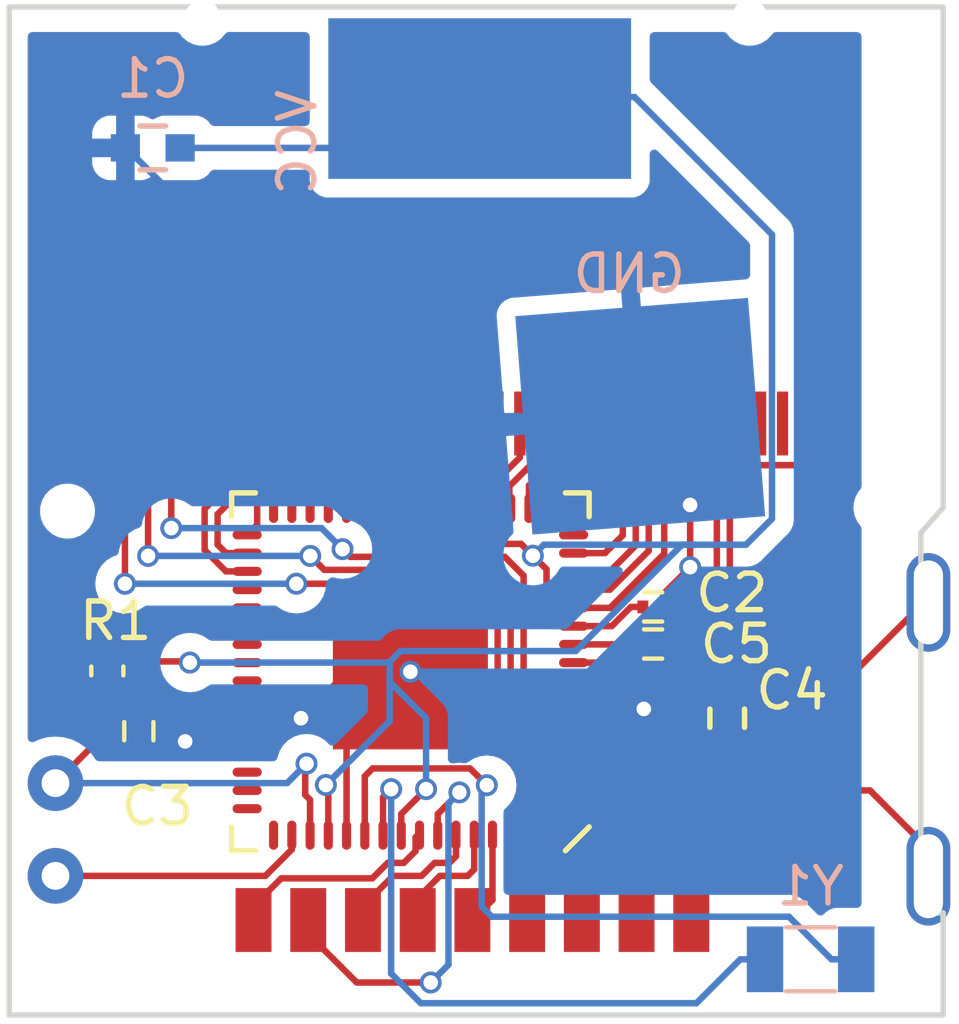
<source format=kicad_pcb>
(kicad_pcb (version 20221018) (generator pcbnew)
  (layers (0 "F.Cu" signal) (31 "B.Cu" signal) (34 "B.Paste" user) (35 "F.Paste" user) (36 "B.SilkS" user "B.Silkscreen") (37 "F.SilkS" user "F.Silkscreen") (38 "B.Mask" user) (39 "F.Mask" user) (44 "Edge.Cuts" user))
  (net 0 "")
  (net 1 "Net-(LCD1-Pad1)")
  (net 2 "Net-(LCD1-Pad5)")
  (net 3 "Net-(LCD1-Pad6)")
  (net 4 "Net-(LCD1-Pad7)")
  (net 5 "Net-(LCD1-Pad8)")
  (net 6 "Net-(LCD1-Pad9)")
  (net 7 "Net-(LCD1-Pad10)")
  (net 8 "Net-(LCD1-Pad11)")
  (net 9 "Net-(LCD1-Pad12)")
  (net 10 "Net-(LCD1-Pad13)")
  (net 11 "Net-(LCD1-Pad14)")
  (net 12 "Net-(LCD1-Pad15)")
  (net 13 "Net-(LCD1-Pad16)")
  (net 14 "Net-(LCD1-Pad17)")
  (net 15 "Net-(LCD1-Pad18)")
  (net 16 "Net-(LCD1-Pad19)")
  (net 17 "Net-(LCD1-Pad20)")
  (net 18 "Net-(LCD1-Pad21)")
  (net 19 "Net-(LCD1-Pad22)")
  (net 20 "Net-(LCD1-Pad23)")
  (net 21 "Net-(LCD1-Pad24)")
  (net 22 "Net-(LCD1-Pad25)")
  (net 23 "Net-(LCD1-Pad26)")
  (net 24 "Net-(LCD1-Pad27)")
  (net 25 "Net-(LCD1-Pad28)")
  (net 26 "Net-(LCD1-Pad29)")
  (net 27 "Net-(LCD1-Pad30)")
  (net 28 "Net-(LCD1-Pad31)")
  (net 29 "Net-(LCD1-Pad32)")
  (net 30 "Net-(LCD1-Pad33)")
  (net 31 "Net-(LCD1-Pad34)")
  (net 32 "Net-(BRD1-Pad4)")
  (net 33 "Net-(BRD1-Pad3)")
  (net 34 "Net-(KPD1-Pad1)")
  (net 35 "Net-(KPD1-Pad2)")
  (net 36 "Net-(KPD1-Pad3)")
  (net 37 "Net-(KPD1-Pad4)")
  (net 38 "Net-(KPD1-Pad5)")
  (net 39 "Net-(KPD1-Pad6)")
  (net 40 "Net-(KPD1-Pad7)")
  (net 41 "Net-(KPD1-Pad8)")
  (net 42 "Net-(KPD1-Pad9)")
  (net 43 "GND")
  (net 44 "VCC")
  (net 45 "Net-(U1-Pad36)")
  (net 46 "Net-(U1-Pad37)")
  (net 47 "Net-(U1-Pad38)")
  (net 48 "Net-(U1-Pad39)")
  (net 49 "Net-(U1-Pad40)")
  (net 50 "Net-(U1-Pad41)")
  (net 51 "Net-(U1-Pad42)")
  (net 52 "Net-(U1-Pad43)")
  (net 53 "Net-(U1-Pad44)")
  (net 54 "Net-(U1-Pad45)")
  (net 55 "Net-(U1-Pad46)")
  (net 56 "Net-(U1-Pad47)")
  (net 57 "Net-(U1-Pad48)")
  (net 58 "Net-(U1-Pad49)")
  (net 59 "Net-(U1-Pad54)")
  (net 60 "Net-(U1-Pad55)")
  (net 61 "/TST")
  (net 62 "/!RST")
  (net 63 "/COM0")
  (net 64 "/COM1")
  (net 65 "/COM2")
  (net 66 "/VCORE")
  (net 67 "Net-(LCD1-Pad35)")
  (net 68 "/LCDCAP")
  (footprint "AAgoodwatch10:ca53keypad" (layer "F.Cu") (at 102.8 83.8)
    (fp_text reference "KPD1" hide)
    (fp_text value "CA53KEYPAD" hide)
    (pad "1" connect rect (at 0.5 0) (size 0.985 1.75) (layers "F.Cu" "F.Mask") (net 34 "Net-(KPD1-Pad1)"))
    (pad "2" connect rect (at 2 0) (size 0.985 1.75) (layers "F.Cu" "F.Mask") (net 35 "Net-(KPD1-Pad2)"))
    (pad "3" connect rect (at 3.5 0) (size 0.985 1.75) (layers "F.Cu" "F.Mask") (net 36 "Net-(KPD1-Pad3)"))
    (pad "4" connect rect (at 5 0) (size 0.985 1.75) (layers "F.Cu" "F.Mask") (net 37 "Net-(KPD1-Pad4)"))
    (pad "5" connect rect (at 6.5 0) (size 0.985 1.75) (layers "F.Cu" "F.Mask") (net 38 "Net-(KPD1-Pad5)"))
    (pad "6" connect rect (at 8 0) (size 0.985 1.75) (layers "F.Cu" "F.Mask") (net 39 "Net-(KPD1-Pad6)"))
    (pad "7" connect rect (at 9.5 0) (size 0.985 1.75) (layers "F.Cu" "F.Mask") (net 40 "Net-(KPD1-Pad7)"))
    (pad "8" connect rect (at 11 0) (size 0.985 1.75) (layers "F.Cu" "F.Mask") (net 41 "Net-(KPD1-Pad8)"))
    (pad "9" connect rect (at 12.5 0) (size 0.985 1.75) (layers "F.Cu" "F.Mask") (net 42 "Net-(KPD1-Pad9)"))
  )
  (footprint "AAgoodwatch10:ca53lcd" (layer "F.Cu") (at 99 70.2)
    (fp_text reference "LCD1" hide)
    (fp_text value "CA53LCD" hide)
    (pad "1" connect rect (at 0.2 0) (size 0.31 1.75) (layers "F.Cu" "F.Mask") (net 1 "Net-(LCD1-Pad1)"))
    (pad "2" connect rect (at 0.8 0) (size 0.31 1.75) (layers "F.Cu" "F.Mask") (net 63 "/COM0"))
    (pad "3" connect rect (at 1.4 0) (size 0.31 1.75) (layers "F.Cu" "F.Mask") (net 64 "/COM1"))
    (pad "4" connect rect (at 2 0) (size 0.31 1.75) (layers "F.Cu" "F.Mask") (net 65 "/COM2"))
    (pad "5" connect rect (at 2.6 0) (size 0.31 1.75) (layers "F.Cu" "F.Mask") (net 2 "Net-(LCD1-Pad5)"))
    (pad "6" connect rect (at 3.2 0) (size 0.31 1.75) (layers "F.Cu" "F.Mask") (net 3 "Net-(LCD1-Pad6)"))
    (pad "7" connect rect (at 3.8 0) (size 0.31 1.75) (layers "F.Cu" "F.Mask") (net 4 "Net-(LCD1-Pad7)"))
    (pad "8" connect rect (at 4.4 0) (size 0.31 1.75) (layers "F.Cu" "F.Mask") (net 5 "Net-(LCD1-Pad8)"))
    (pad "9" connect rect (at 5 0) (size 0.31 1.75) (layers "F.Cu" "F.Mask") (net 6 "Net-(LCD1-Pad9)"))
    (pad "10" connect rect (at 5.6 0) (size 0.31 1.75) (layers "F.Cu" "F.Mask") (net 7 "Net-(LCD1-Pad10)"))
    (pad "11" connect rect (at 6.2 0) (size 0.31 1.75) (layers "F.Cu" "F.Mask") (net 8 "Net-(LCD1-Pad11)"))
    (pad "12" connect rect (at 6.8 0) (size 0.31 1.75) (layers "F.Cu" "F.Mask") (net 9 "Net-(LCD1-Pad12)"))
    (pad "13" connect rect (at 7.4 0) (size 0.31 1.75) (layers "F.Cu" "F.Mask") (net 10 "Net-(LCD1-Pad13)"))
    (pad "14" connect rect (at 8 0) (size 0.31 1.75) (layers "F.Cu" "F.Mask") (net 11 "Net-(LCD1-Pad14)"))
    (pad "15" connect rect (at 8.6 0) (size 0.31 1.75) (layers "F.Cu" "F.Mask") (net 12 "Net-(LCD1-Pad15)"))
    (pad "16" connect rect (at 9.2 0) (size 0.31 1.75) (layers "F.Cu" "F.Mask") (net 13 "Net-(LCD1-Pad16)"))
    (pad "17" connect rect (at 9.8 0) (size 0.31 1.75) (layers "F.Cu" "F.Mask") (net 14 "Net-(LCD1-Pad17)"))
    (pad "18" connect rect (at 10.4 0) (size 0.31 1.75) (layers "F.Cu" "F.Mask") (net 15 "Net-(LCD1-Pad18)"))
    (pad "19" connect rect (at 11 0) (size 0.31 1.75) (layers "F.Cu" "F.Mask") (net 16 "Net-(LCD1-Pad19)"))
    (pad "20" connect rect (at 11.6 0) (size 0.31 1.75) (layers "F.Cu" "F.Mask") (net 17 "Net-(LCD1-Pad20)"))
    (pad "21" connect rect (at 12.2 0) (size 0.31 1.75) (layers "F.Cu" "F.Mask") (net 18 "Net-(LCD1-Pad21)"))
    (pad "22" connect rect (at 12.8 0) (size 0.31 1.75) (layers "F.Cu" "F.Mask") (net 19 "Net-(LCD1-Pad22)"))
    (pad "23" connect rect (at 13.4 0) (size 0.31 1.75) (layers "F.Cu" "F.Mask") (net 20 "Net-(LCD1-Pad23)"))
    (pad "24" connect rect (at 14 0) (size 0.31 1.75) (layers "F.Cu" "F.Mask") (net 21 "Net-(LCD1-Pad24)"))
    (pad "25" connect rect (at 14.6 0) (size 0.31 1.75) (layers "F.Cu" "F.Mask") (net 22 "Net-(LCD1-Pad25)"))
    (pad "26" connect rect (at 15.2 0) (size 0.31 1.75) (layers "F.Cu" "F.Mask") (net 23 "Net-(LCD1-Pad26)"))
    (pad "27" connect rect (at 15.8 0) (size 0.31 1.75) (layers "F.Cu" "F.Mask") (net 24 "Net-(LCD1-Pad27)"))
    (pad "28" connect rect (at 16.4 0) (size 0.31 1.75) (layers "F.Cu" "F.Mask") (net 25 "Net-(LCD1-Pad28)"))
    (pad "29" connect rect (at 17 0) (size 0.31 1.75) (layers "F.Cu" "F.Mask") (net 26 "Net-(LCD1-Pad29)"))
    (pad "30" connect rect (at 17.6 0) (size 0.31 1.75) (layers "F.Cu" "F.Mask") (net 27 "Net-(LCD1-Pad30)"))
    (pad "31" connect rect (at 18.2 0) (size 0.31 1.75) (layers "F.Cu" "F.Mask") (net 28 "Net-(LCD1-Pad31)"))
    (pad "32" connect rect (at 18.8 0) (size 0.31 1.75) (layers "F.Cu" "F.Mask") (net 29 "Net-(LCD1-Pad32)"))
    (pad "33" connect rect (at 19.4 0) (size 0.31 1.75) (layers "F.Cu" "F.Mask") (net 30 "Net-(LCD1-Pad33)"))
    (pad "34" connect rect (at 20 0) (size 0.31 1.75) (layers "F.Cu" "F.Mask") (net 31 "Net-(LCD1-Pad34)"))
    (pad "35" connect rect (at 20.6 0) (size 0.31 1.75) (layers "F.Cu" "F.Mask") (net 67 "Net-(LCD1-Pad35)"))
  )
  (footprint "AAgoodwatch10:CC430F613x" (layer "F.Cu") (at 107.6 77 180)
    (fp_text reference "U1" hide)
    (fp_text value "CC430F613x" hide)
    (fp_line (start -4.9 -4.25) (end -4.25 -4.9) (stroke (width 0.15)) (layer "F.SilkS"))
    (fp_line (start -4.9 4.9) (end -4.9 4.25) (stroke (width 0.15)) (layer "F.SilkS"))
    (fp_line (start -4.25 4.9) (end -4.9 4.9) (stroke (width 0.15)) (layer "F.SilkS"))
    (fp_line (start 4.25 -4.9) (end 4.9 -4.9) (stroke (width 0.15)) (layer "F.SilkS"))
    (fp_line (start 4.25 4.9) (end 4.9 4.9) (stroke (width 0.15)) (layer "F.SilkS"))
    (fp_line (start 4.9 -4.9) (end 4.9 -4.25) (stroke (width 0.15)) (layer "F.SilkS"))
    (fp_line (start 4.9 4.9) (end 4.9 4.25) (stroke (width 0.15)) (layer "F.SilkS"))
    (pad "1" smd oval (at -4.475 -3.75 270) (size 0.25 0.8) (layers "F.Cu" "F.Paste" "F.Mask") (net 42 "Net-(KPD1-Pad9)"))
    (pad "2" smd oval (at -4.475 -3.25 270) (size 0.25 0.8) (layers "F.Cu" "F.Paste" "F.Mask") (net 32 "Net-(BRD1-Pad4)"))
    (pad "3" smd oval (at -4.475 -2.75 270) (size 0.25 0.8) (layers "F.Cu" "F.Paste" "F.Mask") (net 33 "Net-(BRD1-Pad3)"))
    (pad "4" smd oval (at -4.475 -2.25 270) (size 0.25 0.8) (layers "F.Cu" "F.Paste" "F.Mask") (net 68 "/LCDCAP"))
    (pad "5" smd oval (at -4.475 -1.75 270) (size 0.25 0.8) (layers "F.Cu" "F.Paste" "F.Mask") (net 63 "/COM0"))
    (pad "6" smd oval (at -4.475 -1.25 270) (size 0.25 0.8) (layers "F.Cu" "F.Paste" "F.Mask") (net 64 "/COM1"))
    (pad "7" smd oval (at -4.475 -0.75 270) (size 0.25 0.8) (layers "F.Cu" "F.Paste" "F.Mask") (net 65 "/COM2"))
    (pad "8" smd oval (at -4.475 -0.25 270) (size 0.25 0.8) (layers "F.Cu" "F.Paste" "F.Mask") (net 67 "Net-(LCD1-Pad35)"))
    (pad "9" smd oval (at -4.475 0.25 270) (size 0.25 0.8) (layers "F.Cu" "F.Paste" "F.Mask") (net 26 "Net-(LCD1-Pad29)"))
    (pad "10" smd oval (at -4.475 0.75 270) (size 0.25 0.8) (layers "F.Cu" "F.Paste" "F.Mask") (net 66 "/VCORE"))
    (pad "11" smd oval (at -4.475 1.25 270) (size 0.25 0.8) (layers "F.Cu" "F.Paste" "F.Mask") (net 44 "VCC"))
    (pad "12" smd oval (at -4.475 1.75 270) (size 0.25 0.8) (layers "F.Cu" "F.Paste" "F.Mask") (net 25 "Net-(LCD1-Pad28)"))
    (pad "13" smd oval (at -4.475 2.25 270) (size 0.25 0.8) (layers "F.Cu" "F.Paste" "F.Mask") (net 24 "Net-(LCD1-Pad27)"))
    (pad "14" smd oval (at -4.475 2.75 270) (size 0.25 0.8) (layers "F.Cu" "F.Paste" "F.Mask") (net 23 "Net-(LCD1-Pad26)"))
    (pad "15" smd oval (at -4.475 3.25 270) (size 0.25 0.8) (layers "F.Cu" "F.Paste" "F.Mask") (net 22 "Net-(LCD1-Pad25)"))
    (pad "16" smd oval (at -4.475 3.75 270) (size 0.25 0.8) (layers "F.Cu" "F.Paste" "F.Mask") (net 21 "Net-(LCD1-Pad24)"))
    (pad "17" smd oval (at -3.75 4.475 180) (size 0.25 0.8) (layers "F.Cu" "F.Paste" "F.Mask") (net 20 "Net-(LCD1-Pad23)"))
    (pad "18" smd oval (at -3.25 4.475 180) (size 0.25 0.8) (layers "F.Cu" "F.Paste" "F.Mask") (net 19 "Net-(LCD1-Pad22)"))
    (pad "19" smd oval (at -2.75 4.475 180) (size 0.25 0.8) (layers "F.Cu" "F.Paste" "F.Mask") (net 18 "Net-(LCD1-Pad21)"))
    (pad "20" smd oval (at -2.25 4.475 180) (size 0.25 0.8) (layers "F.Cu" "F.Paste" "F.Mask") (net 17 "Net-(LCD1-Pad20)"))
    (pad "21" smd oval (at -1.75 4.475 180) (size 0.25 0.8) (layers "F.Cu" "F.Paste" "F.Mask") (net 16 "Net-(LCD1-Pad19)"))
    (pad "22" smd oval (at -1.25 4.475 180) (size 0.25 0.8) (layers "F.Cu" "F.Paste" "F.Mask") (net 15 "Net-(LCD1-Pad18)"))
    (pad "23" smd oval (at -0.75 4.475 180) (size 0.25 0.8) (layers "F.Cu" "F.Paste" "F.Mask") (net 14 "Net-(LCD1-Pad17)"))
    (pad "24" smd oval (at -0.25 4.475 180) (size 0.25 0.8) (layers "F.Cu" "F.Paste" "F.Mask") (net 13 "Net-(LCD1-Pad16)"))
    (pad "25" smd oval (at 0.25 4.475 180) (size 0.25 0.8) (layers "F.Cu" "F.Paste" "F.Mask") (net 44 "VCC"))
    (pad "26" smd oval (at 0.75 4.475 180) (size 0.25 0.8) (layers "F.Cu" "F.Paste" "F.Mask") (net 12 "Net-(LCD1-Pad15)"))
    (pad "27" smd oval (at 1.25 4.475 180) (size 0.25 0.8) (layers "F.Cu" "F.Paste" "F.Mask") (net 11 "Net-(LCD1-Pad14)"))
    (pad "28" smd oval (at 1.75 4.475 180) (size 0.25 0.8) (layers "F.Cu" "F.Paste" "F.Mask") (net 10 "Net-(LCD1-Pad13)"))
    (pad "29" smd oval (at 2.25 4.475 180) (size 0.25 0.8) (layers "F.Cu" "F.Paste" "F.Mask") (net 9 "Net-(LCD1-Pad12)"))
    (pad "30" smd oval (at 2.75 4.475 180) (size 0.25 0.8) (layers "F.Cu" "F.Paste" "F.Mask") (net 8 "Net-(LCD1-Pad11)"))
    (pad "31" smd oval (at 3.25 4.475 180) (size 0.25 0.8) (layers "F.Cu" "F.Paste" "F.Mask") (net 7 "Net-(LCD1-Pad10)"))
    (pad "32" smd oval (at 3.75 4.475 180) (size 0.25 0.8) (layers "F.Cu" "F.Paste" "F.Mask") (net 6 "Net-(LCD1-Pad9)"))
    (pad "33" smd oval (at 4.475 3.75 270) (size 0.25 0.8) (layers "F.Cu" "F.Paste" "F.Mask") (net 5 "Net-(LCD1-Pad8)"))
    (pad "34" smd oval (at 4.475 3.25 270) (size 0.25 0.8) (layers "F.Cu" "F.Paste" "F.Mask") (net 4 "Net-(LCD1-Pad7)"))
    (pad "35" smd oval (at 4.475 2.75 270) (size 0.25 0.8) (layers "F.Cu" "F.Paste" "F.Mask") (net 3 "Net-(LCD1-Pad6)"))
    (pad "36" smd oval (at 4.475 2.25 270) (size 0.25 0.8) (layers "F.Cu" "F.Paste" "F.Mask") (net 45 "Net-(U1-Pad36)"))
    (pad "37" smd oval (at 4.475 1.75 270) (size 0.25 0.8) (layers "F.Cu" "F.Paste" "F.Mask") (net 46 "Net-(U1-Pad37)"))
    (pad "38" smd oval (at 4.475 1.25 270) (size 0.25 0.8) (layers "F.Cu" "F.Paste" "F.Mask") (net 47 "Net-(U1-Pad38)"))
    (pad "39" smd oval (at 4.475 0.75 270) (size 0.25 0.8) (layers "F.Cu" "F.Paste" "F.Mask") (net 48 "Net-(U1-Pad39)"))
    (pad "40" smd oval (at 4.475 0.25 270) (size 0.25 0.8) (layers "F.Cu" "F.Paste" "F.Mask") (net 49 "Net-(U1-Pad40)"))
    (pad "41" smd oval (at 4.475 -0.25 270) (size 0.25 0.8) (layers "F.Cu" "F.Paste" "F.Mask") (net 50 "Net-(U1-Pad41)"))
    (pad "42" smd oval (at 4.475 -0.75 270) (size 0.25 0.8) (layers "F.Cu" "F.Paste" "F.Mask") (net 51 "Net-(U1-Pad42)"))
    (pad "43" smd oval (at 4.475 -1.25 270) (size 0.25 0.8) (layers "F.Cu" "F.Paste" "F.Mask") (net 52 "Net-(U1-Pad43)"))
    (pad "44" smd oval (at 4.475 -1.75 270) (size 0.25 0.8) (layers "F.Cu" "F.Paste" "F.Mask") (net 53 "Net-(U1-Pad44)"))
    (pad "45" smd oval (at 4.475 -2.25 270) (size 0.25 0.8) (layers "F.Cu" "F.Paste" "F.Mask") (net 54 "Net-(U1-Pad45)"))
    (pad "46" smd oval (at 4.475 -2.75 270) (size 0.25 0.8) (layers "F.Cu" "F.Paste" "F.Mask") (net 55 "Net-(U1-Pad46)"))
    (pad "47" smd oval (at 4.475 -3.25 270) (size 0.25 0.8) (layers "F.Cu" "F.Paste" "F.Mask") (net 56 "Net-(U1-Pad47)"))
    (pad "48" smd oval (at 4.475 -3.75 270) (size 0.25 0.8) (layers "F.Cu" "F.Paste" "F.Mask") (net 57 "Net-(U1-Pad48)"))
    (pad "49" smd oval (at 3.75 -4.475 180) (size 0.25 0.8) (layers "F.Cu" "F.Paste" "F.Mask") (net 58 "Net-(U1-Pad49)"))
    (pad "50" smd oval (at 3.25 -4.475 180) (size 0.25 0.8) (layers "F.Cu" "F.Paste" "F.Mask") (net 61 "/TST"))
    (pad "51" smd oval (at 2.75 -4.475 180) (size 0.25 0.8) (layers "F.Cu" "F.Paste" "F.Mask") (net 62 "/!RST"))
    (pad "52" smd oval (at 2.25 -4.475 180) (size 0.25 0.8) (layers "F.Cu" "F.Paste" "F.Mask") (net 44 "VCC"))
    (pad "53" smd oval (at 1.75 -4.475 180) (size 0.25 0.8) (layers "F.Cu" "F.Paste" "F.Mask") (net 43 "GND"))
    (pad "54" smd oval (at 1.25 -4.475 180) (size 0.25 0.8) (layers "F.Cu" "F.Paste" "F.Mask") (net 59 "Net-(U1-Pad54)"))
    (pad "55" smd oval (at 0.75 -4.475 180) (size 0.25 0.8) (layers "F.Cu" "F.Paste" "F.Mask") (net 60 "Net-(U1-Pad55)"))
    (pad "56" smd oval (at 0.25 -4.475 180) (size 0.25 0.8) (layers "F.Cu" "F.Paste" "F.Mask") (net 44 "VCC"))
    (pad "57" smd oval (at -0.25 -4.475 180) (size 0.25 0.8) (layers "F.Cu" "F.Paste" "F.Mask") (net 34 "Net-(KPD1-Pad1)"))
    (pad "58" smd oval (at -0.75 -4.475 180) (size 0.25 0.8) (layers "F.Cu" "F.Paste" "F.Mask") (net 35 "Net-(KPD1-Pad2)"))
    (pad "59" smd oval (at -1.25 -4.475 180) (size 0.25 0.8) (layers "F.Cu" "F.Paste" "F.Mask") (net 36 "Net-(KPD1-Pad3)"))
    (pad "60" smd oval (at -1.75 -4.475 180) (size 0.25 0.8) (layers "F.Cu" "F.Paste" "F.Mask") (net 37 "Net-(KPD1-Pad4)"))
    (pad "61" smd oval (at -2.25 -4.475 180) (size 0.25 0.8) (layers "F.Cu" "F.Paste" "F.Mask") (net 38 "Net-(KPD1-Pad5)"))
    (pad "62" smd oval (at -2.75 -4.475 180) (size 0.25 0.8) (layers "F.Cu" "F.Paste" "F.Mask") (net 39 "Net-(KPD1-Pad6)"))
    (pad "63" smd oval (at -3.25 -4.475 180) (size 0.25 0.8) (layers "F.Cu" "F.Paste" "F.Mask") (net 40 "Net-(KPD1-Pad7)"))
    (pad "64" smd oval (at -3.75 -4.475 180) (size 0.25 0.8) (layers "F.Cu" "F.Paste" "F.Mask") (net 41 "Net-(KPD1-Pad8)"))
    (pad "65" smd rect (at 0 0 180) (size 4.25 4.25) (layers "F.Cu" "F.Paste" "F.Mask") (net 43 "GND"))
  )
  (footprint "Capacitors_SMD:C_0201" (layer "F.Cu") (at 114.253 75.224)
    (fp_text reference "C2" (at 2.159 -0.381) (layer "F.SilkS"))
    (fp_text value "0.1uF")
    (fp_line (start -0.25 -0.4) (end 0.25 -0.4) (stroke (width 0.12)) (layer "F.SilkS"))
    (fp_line (start 0.25 0.4) (end -0.25 0.4) (stroke (width 0.12)) (layer "F.SilkS"))
    (pad "1" smd rect (at -0.28 0) (size 0.3 0.35) (layers "F.Cu" "F.Paste" "F.Mask") (net 44 "VCC"))
    (pad "2" smd rect (at 0.28 0) (size 0.3 0.35) (layers "F.Cu" "F.Paste" "F.Mask") (net 43 "GND"))
  )
  (footprint "Capacitors_SMD:C_0201" (layer "F.Cu") (at 100.156 78.627 -90)
    (fp_text reference "C3" (at 2.058 -0.508) (layer "F.SilkS"))
    (fp_text value "0.1uF")
    (fp_line (start -0.25 -0.4) (end 0.25 -0.4) (stroke (width 0.12)) (layer "F.SilkS"))
    (fp_line (start 0.25 0.4) (end -0.25 0.4) (stroke (width 0.12)) (layer "F.SilkS"))
    (pad "1" smd rect (at -0.28 0 270) (size 0.3 0.35) (layers "F.Cu" "F.Paste" "F.Mask") (net 44 "VCC"))
    (pad "2" smd rect (at 0.28 0 270) (size 0.3 0.35) (layers "F.Cu" "F.Paste" "F.Mask") (net 43 "GND"))
  )
  (footprint "Resistors_SMD:R_0201" (layer "F.Cu") (at 99.2924 76.9766 -90)
    (fp_text reference "R1" (at -1.3716 -0.2286) (layer "F.SilkS"))
    (fp_text value "47K")
    (fp_line (start -0.12 0.44) (end 0.12 0.44) (stroke (width 0.12)) (layer "F.SilkS"))
    (fp_line (start 0.12 -0.44) (end -0.12 -0.44) (stroke (width 0.12)) (layer "F.SilkS"))
    (pad "1" smd rect (at -0.26 0 270) (size 0.28 0.43) (layers "F.Cu" "F.Paste" "F.Mask") (net 44 "VCC"))
    (pad "2" smd rect (at 0.26 0 270) (size 0.28 0.43) (layers "F.Cu" "F.Paste" "F.Mask") (net 62 "/!RST"))
  )
  (footprint "Capacitors_SMD:C_0201" (layer "F.Cu") (at 114.253 76.24)
    (fp_text reference "C5" (at 2.286 0) (layer "F.SilkS"))
    (fp_text value "0.47uF")
    (fp_line (start -0.25 -0.4) (end 0.25 -0.4) (stroke (width 0.12)) (layer "F.SilkS"))
    (fp_line (start 0.25 0.4) (end -0.25 0.4) (stroke (width 0.12)) (layer "F.SilkS"))
    (pad "1" smd rect (at -0.28 0) (size 0.3 0.35) (layers "F.Cu" "F.Paste" "F.Mask") (net 66 "/VCORE"))
    (pad "2" smd rect (at 0.28 0) (size 0.3 0.35) (layers "F.Cu" "F.Paste" "F.Mask") (net 43 "GND"))
  )
  (footprint "Capacitors_SMD:C_0402" (layer "F.Cu") (at 116.285 78.272 90)
    (fp_text reference "C4" (at 0.762 1.778 180) (layer "F.SilkS"))
    (fp_text value "10uF")
    (fp_line (start -0.25 0.475) (end 0.25 0.475) (stroke (width 0.15)) (layer "F.SilkS"))
    (fp_line (start 0.25 -0.475) (end -0.25 -0.475) (stroke (width 0.15)) (layer "F.SilkS"))
    (pad "1" smd rect (at -0.55 0 90) (size 0.6 0.5) (layers "F.Cu" "F.Paste" "F.Mask") (net 68 "/LCDCAP"))
    (pad "2" smd rect (at 0.55 0 90) (size 0.6 0.5) (layers "F.Cu" "F.Paste" "F.Mask") (net 43 "GND"))
  )
  (footprint "AAgoodwatch10:ca53board" (layer "F.Cu") (at 96.6 86.4)
    (fp_text reference "BRD1" hide)
    (fp_text value "CA53BOARD" hide)
    (fp_text user "VCC" (at 7.9 -23.9 90) (layer "B.SilkS") (effects (justify mirror)))
    (fp_text user "GND" (at 17 -20.3) (layer "B.SilkS") (effects (justify mirror)))
    (pad "" np_thru_hole circle (at 1.6 -13.8) (size 1 1) (drill 1) (layers "*.Cu" "*.Mask"))
    (pad "" np_thru_hole circle (at 5.3 -27.3) (size 1 1) (drill 1) (layers "*.Cu" "*.Mask"))
    (pad "" np_thru_hole circle (at 20.3 -27.3) (size 1 1) (drill 1) (layers "*.Cu" "*.Mask"))
    (pad "" np_thru_hole circle (at 23.9 -13.9) (size 1 1) (drill 1) (layers "*.Cu" "*.Mask"))
    (pad "1" connect rect (at 12.9 -25.1) (size 8.3 4.4) (layers "B.Cu" "B.Mask") (net 44 "VCC"))
    (pad "2" connect rect (at 17.3 -16.4 4.5) (size 6.4 6) (layers "B.Cu" "B.Mask") (net 43 "GND"))
    (pad "3" thru_hole oval (at 25.2 -11.3) (size 1.2 2.7) (drill oval 0.8 2.3) (layers "*.Cu" "*.Mask") (net 33 "Net-(BRD1-Pad3)"))
    (pad "4" thru_hole oval (at 25.2 -3.8) (size 1.2 2.7) (drill oval 0.8 2.3) (layers "*.Cu" "*.Mask") (net 32 "Net-(BRD1-Pad4)"))
    (pad "5" thru_hole circle (at 1.27 -3.81) (size 1.524 1.524) (drill 0.762) (layers "*.Cu" "*.Mask") (net 61 "/TST"))
    (pad "6" thru_hole circle (at 1.27 -6.35) (size 1.524 1.524) (drill 0.762) (layers "*.Cu" "*.Mask") (net 62 "/!RST"))
  )
  (footprint "Crystals:Crystal_SMD_3215-2pin_3.2x1.5mm" (layer "B.Cu") (at 118.571 84.876 180)
    (fp_text reference "Y1" (at 0 2 180) (layer "B.SilkS") (effects (justify mirror)))
    (fp_text value "32.768kHz")
    (fp_line (start -0.675 -0.875) (end 0.675 -0.875) (stroke (width 0.12)) (layer "B.SilkS"))
    (fp_line (start -0.675 0.875) (end 0.675 0.875) (stroke (width 0.12)) (layer "B.SilkS"))
    (pad "1" smd rect (at 1.25 0 180) (size 1 1.8) (layers "B.Cu" "B.Paste" "B.Mask") (net 60 "Net-(U1-Pad55)"))
    (pad "2" smd rect (at -1.25 0 180) (size 1 1.8) (layers "B.Cu" "B.Paste" "B.Mask") (net 59 "Net-(U1-Pad54)"))
  )
  (footprint "Capacitors_SMD:C_0603" (layer "B.Cu") (at 100.537 62.651 180)
    (fp_text reference "C1" (at 0 1.9 180) (layer "B.SilkS") (effects (justify mirror)))
    (fp_text value "47uF")
    (fp_line (start -0.35 0.6) (end 0.35 0.6) (stroke (width 0.15)) (layer "B.SilkS"))
    (fp_line (start 0.35 -0.6) (end -0.35 -0.6) (stroke (width 0.15)) (layer "B.SilkS"))
    (pad "1" smd rect (at -0.75 0 180) (size 0.8 0.75) (layers "B.Cu" "B.Paste" "B.Mask") (net 44 "VCC"))
    (pad "2" smd rect (at 0.75 0 180) (size 0.8 0.75) (layers "B.Cu" "B.Paste" "B.Mask") (net 43 "GND"))
  )
  (gr_line (start 122.2032 86.4) (end 122.2032 83.606) (stroke (width 0.15)) (layer "Edge.Cuts"))
  (gr_line (start 122.2032 83.606) (end 121.5936 83.606) (stroke (width 0.15)) (layer "Edge.Cuts"))
  (gr_line (start 122.2032 58.7902) (end 96.6 58.7902) (stroke (width 0.15)) (layer "Edge.Cuts"))
  (gr_line (start 96.6 86.4) (end 122.2032 86.4) (stroke (width 0.15)) (layer "Edge.Cuts"))
  (gr_line (start 121.5936 83.606) (end 121.5936 73.192) (stroke (width 0.15)) (layer "Edge.Cuts"))
  (gr_line (start 122.2032 72.5062) (end 122.2032 58.7902) (stroke (width 0.15)) (layer "Edge.Cuts"))
  (gr_line (start 96.6 58.7902) (end 96.6 86.4) (stroke (width 0.15)) (layer "Edge.Cuts"))
  (gr_line (start 121.5936 73.192) (end 122.2032 72.5062) (stroke (width 0.15)) (layer "Edge.Cuts"))
  (segment (start 102.544292 74.25) (end 103.125 74.25) (width 0.1778) (layer "F.Cu") (net 3))
  (segment (start 101.95939 73.665098) (end 102.544292 74.25) (width 0.1778) (layer "F.Cu") (net 3))
  (segment (start 102.2 70.2) (end 102.2 72.296092) (width 0.1778) (layer "F.Cu") (net 3))
  (segment (start 101.95939 72.536702) (end 101.95939 73.665098) (width 0.1778) (layer "F.Cu") (net 3))
  (segment (start 102.2 72.296092) (end 101.95939 72.536702) (width 0.1778) (layer "F.Cu") (net 3))
  (segment (start 102.315 72.684) (end 102.315 73.5178) (width 0.1778) (layer "F.Cu") (net 4))
  (segment (start 102.5472 73.75) (end 103.125 73.75) (width 0.1778) (layer "F.Cu") (net 4))
  (segment (start 102.8 70.2) (end 102.8 72.199) (width 0.1778) (layer "F.Cu") (net 4))
  (segment (start 102.315 73.5178) (end 102.5472 73.75) (width 0.1778) (layer "F.Cu") (net 4))
  (segment (start 102.8 72.199) (end 102.315 72.684) (width 0.1778) (layer "F.Cu") (net 4))
  (segment (start 103.4 72.975) (end 103.125 73.25) (width 0.1778) (layer "F.Cu") (net 5))
  (segment (start 103.4 70.2) (end 103.4 72.975) (width 0.1778) (layer "F.Cu") (net 5))
  (segment (start 104 71.507) (end 103.85 71.657) (width 0.1778) (layer "F.Cu") (net 6))
  (segment (start 103.85 71.657) (end 103.85 72.525) (width 0.1778) (layer "F.Cu") (net 6))
  (segment (start 104 70.2) (end 104 71.507) (width 0.1778) (layer "F.Cu") (net 6))
  (segment (start 104.6 71.415) (end 104.35 71.665) (width 0.1778) (layer "F.Cu") (net 7))
  (segment (start 104.35 71.665) (end 104.35 72.525) (width 0.1778) (layer "F.Cu") (net 7))
  (segment (start 104.6 70.2) (end 104.6 71.415) (width 0.1778) (layer "F.Cu") (net 7))
  (segment (start 105.2 71.317898) (end 104.85 71.667898) (width 0.1778) (layer "F.Cu") (net 8))
  (segment (start 104.85 71.667898) (end 104.85 72.525) (width 0.1778) (layer "F.Cu") (net 8))
  (segment (start 105.2 70.2) (end 105.2 71.317898) (width 0.1778) (layer "F.Cu") (net 8))
  (segment (start 105.8 71.220796) (end 105.35 71.670796) (width 0.1778) (layer "F.Cu") (net 9))
  (segment (start 105.35 71.670796) (end 105.35 72.525) (width 0.1778) (layer "F.Cu") (net 9))
  (segment (start 105.8 70.2) (end 105.8 71.220796) (width 0.1778) (layer "F.Cu") (net 9))
  (segment (start 106.4 71.123694) (end 105.85 71.673694) (width 0.1778) (layer "F.Cu") (net 10))
  (segment (start 105.85 71.673694) (end 105.85 72.525) (width 0.1778) (layer "F.Cu") (net 10))
  (segment (start 106.4 70.2) (end 106.4 71.123694) (width 0.1778) (layer "F.Cu") (net 10))
  (segment (start 107 71.026592) (end 106.35 71.676592) (width 0.1778) (layer "F.Cu") (net 11))
  (segment (start 106.35 71.676592) (end 106.35 72.525) (width 0.1778) (layer "F.Cu") (net 11))
  (segment (start 107 70.2) (end 107 71.026592) (width 0.1778) (layer "F.Cu") (net 11))
  (segment (start 107.6 71.082) (end 107.090255 71.591745) (width 0.1778) (layer "F.Cu") (net 12))
  (segment (start 107.090255 71.591745) (end 106.937745 71.591745) (width 0.1778) (layer "F.Cu") (net 12))
  (segment (start 106.937745 71.591745) (end 106.85 71.67949) (width 0.1778) (layer "F.Cu") (net 12))
  (segment (start 106.85 71.67949) (end 106.85 72.525) (width 0.1778) (layer "F.Cu") (net 12))
  (segment (start 107.6 70.2) (end 107.6 71.082) (width 0.1778) (layer "F.Cu") (net 12))
  (segment (start 108.2 71.244) (end 107.85 71.594) (width 0.1778) (layer "F.Cu") (net 13))
  (segment (start 107.85 71.594) (end 107.85 72.525) (width 0.1778) (layer "F.Cu") (net 13))
  (segment (start 108.2 70.2) (end 108.2 71.244) (width 0.1778) (layer "F.Cu") (net 13))
  (segment (start 108.8 71.152) (end 108.35 71.602) (width 0.1778) (layer "F.Cu") (net 14))
  (segment (start 108.35 71.602) (end 108.35 72.525) (width 0.1778) (layer "F.Cu") (net 14))
  (segment (start 108.8 70.2) (end 108.8 71.152) (width 0.1778) (layer "F.Cu") (net 14))
  (segment (start 109.4 71.06) (end 108.85 71.61) (width 0.1778) (layer "F.Cu") (net 15))
  (segment (start 108.85 71.61) (end 108.85 72.525) (width 0.1778) (layer "F.Cu") (net 15))
  (segment (start 109.4 70.2) (end 109.4 71.06) (width 0.1778) (layer "F.Cu") (net 15))
  (segment (start 110 71.095) (end 109.35 71.745) (width 0.1778) (layer "F.Cu") (net 16))
  (segment (start 109.35 71.745) (end 109.35 72.525) (width 0.1778) (layer "F.Cu") (net 16))
  (segment (start 110 70.2) (end 110 71.095) (width 0.1778) (layer "F.Cu") (net 16))
  (segment (start 110.6 71.13) (end 109.808 71.922) (width 0.1778) (layer "F.Cu") (net 17))
  (segment (start 109.808 71.922) (end 109.808 72.483) (width 0.1778) (layer "F.Cu") (net 17))
  (segment (start 109.808 72.483) (end 109.85 72.525) (width 0.1778) (layer "F.Cu") (net 17))
  (segment (start 110.6 70.2) (end 110.6 71.13) (width 0.1778) (layer "F.Cu") (net 17))
  (segment (start 111.2 71.032898) (end 110.951 71.281898) (width 0.1778) (layer "F.Cu") (net 18))
  (segment (start 110.951 71.281898) (end 110.313449 71.919449) (width 0.1778) (layer "F.Cu") (net 18))
  (segment (start 110.313449 71.919449) (end 110.313449 72.488449) (width 0.1778) (layer "F.Cu") (net 18))
  (segment (start 110.313449 72.488449) (end 110.35 72.525) (width 0.1778) (layer "F.Cu") (net 18))
  (segment (start 111.2 70.2) (end 111.2 71.032898) (width 0.1778) (layer "F.Cu") (net 18))
  (segment (start 111.8 71.073) (end 111.400602 71.472398) (width 0.1778) (layer "F.Cu") (net 19))
  (segment (start 111.400602 71.472398) (end 111.273602 71.472398) (width 0.1778) (layer "F.Cu") (net 19))
  (segment (start 111.273602 71.472398) (end 110.85 71.896) (width 0.1778) (layer "F.Cu") (net 19))
  (segment (start 110.85 71.896) (end 110.85 72.525) (width 0.1778) (layer "F.Cu") (net 19))
  (segment (start 111.8 70.2) (end 111.8 71.073) (width 0.1778) (layer "F.Cu") (net 19))
  (segment (start 112.4 71.108) (end 111.35 72.158) (width 0.1778) (layer "F.Cu") (net 20))
  (segment (start 111.35 72.158) (end 111.35 72.525) (width 0.1778) (layer "F.Cu") (net 20))
  (segment (start 112.4 70.2) (end 112.4 71.108) (width 0.1778) (layer "F.Cu") (net 20))
  (segment (start 112.075 72.1778) (end 112.075 73.25) (width 0.1778) (layer "F.Cu") (net 21))
  (segment (start 113 70.2) (end 113 71.2528) (width 0.1778) (layer "F.Cu") (net 21))
  (segment (start 113 71.2528) (end 112.075 72.1778) (width 0.1778) (layer "F.Cu") (net 21))
  (segment (start 113.421701 73.261299) (end 112.933 73.75) (width 0.1778) (layer "F.Cu") (net 22))
  (segment (start 113.421701 70.848299) (end 113.421701 73.261299) (width 0.1778) (layer "F.Cu") (net 22))
  (segment (start 113.6 70.2) (end 113.6 70.67) (width 0.1778) (layer "F.Cu") (net 22))
  (segment (start 113.6 70.67) (end 113.421701 70.848299) (width 0.1778) (layer "F.Cu") (net 22))
  (segment (start 112.933 73.75) (end 112.075 73.75) (width 0.1778) (layer "F.Cu") (net 22))
  (segment (start 114.2 71.2528) (end 113.777311 71.675489) (width 0.1778) (layer "F.Cu") (net 23))
  (segment (start 114.2 70.2) (end 114.2 71.2528) (width 0.1778) (layer "F.Cu") (net 23))
  (segment (start 113.068 74.25) (end 112.075 74.25) (width 0.1778) (layer "F.Cu") (net 23))
  (segment (start 113.777311 71.675489) (end 113.777311 73.540689) (width 0.1778) (layer "F.Cu") (net 23))
  (segment (start 113.777311 73.540689) (end 113.068 74.25) (width 0.1778) (layer "F.Cu") (net 23))
  (segment (start 114.132921 71.915079) (end 114.13292 73.687988) (width 0.1778) (layer "F.Cu") (net 24))
  (segment (start 114.13292 73.687988) (end 113.070908 74.75) (width 0.1778) (layer "F.Cu") (net 24))
  (segment (start 114.8 70.2) (end 114.8 71.248) (width 0.1778) (layer "F.Cu") (net 24))
  (segment (start 113.070908 74.75) (end 112.075 74.75) (width 0.1778) (layer "F.Cu") (net 24))
  (segment (start 114.8 71.248) (end 114.132921 71.915079) (width 0.1778) (layer "F.Cu") (net 24))
  (segment (start 114.558719 73.765097) (end 114.558719 71.992189) (width 0.1778) (layer "F.Cu") (net 25))
  (segment (start 112.075 75.25) (end 113.073816 75.25) (width 0.1778) (layer "F.Cu") (net 25))
  (segment (start 115.15561 71.395298) (end 115.257502 71.395298) (width 0.1778) (layer "F.Cu") (net 25))
  (segment (start 115.4 71.2528) (end 115.4 70.2) (width 0.1778) (layer "F.Cu") (net 25))
  (segment (start 113.073816 75.25) (end 114.558719 73.765097) (width 0.1778) (layer "F.Cu") (net 25))
  (segment (start 115.257502 71.395298) (end 115.4 71.2528) (width 0.1778) (layer "F.Cu") (net 25))
  (segment (start 114.558719 71.992189) (end 115.15561 71.395298) (width 0.1778) (layer "F.Cu") (net 25))
  (segment (start 116 71.2528) (end 116 70.2) (width 0.1778) (layer "F.Cu") (net 26))
  (segment (start 114.828062 76.75) (end 116 75.578062) (width 0.1778) (layer "F.Cu") (net 26))
  (segment (start 112.075 76.75) (end 114.828062 76.75) (width 0.1778) (layer "F.Cu") (net 26))
  (segment (start 116 75.578062) (end 116 71.2528) (width 0.1778) (layer "F.Cu") (net 26))
  (segment (start 112.075 80.25) (end 120.2 80.25) (width 0.1778) (layer "F.Cu") (net 32))
  (segment (start 120.2 80.25) (end 121.8 81.85) (width 0.1778) (layer "F.Cu") (net 32))
  (segment (start 121.8 81.85) (end 121.8 82.6) (width 0.1778) (layer "F.Cu") (net 32))
  (segment (start 117.03 79.75) (end 121.72 75.06) (width 0.1778) (layer "F.Cu") (net 33))
  (segment (start 112.075 79.75) (end 117.03 79.75) (width 0.1778) (layer "F.Cu") (net 33))
  (segment (start 106.556293 82.658299) (end 104.059201 82.658299) (width 0.1778) (layer "F.Cu") (net 34))
  (segment (start 107.74171 81.912251) (end 107.419571 82.23439) (width 0.1778) (layer "F.Cu") (net 34))
  (segment (start 107.419571 82.23439) (end 106.980201 82.234391) (width 0.1778) (layer "F.Cu") (net 34))
  (segment (start 107.804 81.475) (end 107.74171 81.53729) (width 0.1778) (layer "F.Cu") (net 34))
  (segment (start 107.85 81.475) (end 107.804 81.475) (width 0.1778) (layer "F.Cu") (net 34))
  (segment (start 103.3 83.4175) (end 103.3 83.8) (width 0.1778) (layer "F.Cu") (net 34))
  (segment (start 106.980201 82.234391) (end 106.556293 82.658299) (width 0.1778) (layer "F.Cu") (net 34))
  (segment (start 104.059201 82.658299) (end 103.3 83.4175) (width 0.1778) (layer "F.Cu") (net 34))
  (segment (start 107.74171 81.53729) (end 107.74171 81.912251) (width 0.1778) (layer "F.Cu") (net 34))
  (segment (start 108.157 85.511) (end 106.1285 85.511) (width 0.1778) (layer "F.Cu") (net 35))
  (segment (start 106.1285 85.511) (end 104.8 84.1825) (width 0.1778) (layer "F.Cu") (net 35))
  (segment (start 108.35 80.8972) (end 108.9432 80.304) (width 0.1778) (layer "F.Cu") (net 35))
  (segment (start 108.35 81.475) (end 108.35 80.8972) (width 0.1778) (layer "F.Cu") (net 35))
  (segment (start 104.8 84.1825) (end 104.8 83.8) (width 0.1778) (layer "F.Cu") (net 35))
  (via (at 108.9432 80.304) (size 0.6) (drill 0.4) (layers "F.Cu" "B.Cu") (net 35))
  (via (at 108.157 85.511) (size 0.6) (drill 0.4) (layers "F.Cu" "B.Cu") (net 35))
  (segment (start 108.643201 80.603999) (end 108.643201 85.024799) (width 0.1778) (layer "B.Cu") (net 35))
  (segment (start 108.9432 80.304) (end 108.643201 80.603999) (width 0.1778) (layer "B.Cu") (net 35))
  (segment (start 108.643201 85.024799) (end 108.157 85.511) (width 0.1778) (layer "B.Cu") (net 35))
  (segment (start 107.908092 82.59) (end 107.1275 82.59) (width 0.1778) (layer "F.Cu") (net 36))
  (segment (start 106.3 83.4175) (end 106.3 83.8) (width 0.1778) (layer "F.Cu") (net 36))
  (segment (start 108.66841 82.23439) (end 108.263701 82.234391) (width 0.1778) (layer "F.Cu") (net 36))
  (segment (start 108.85 82.0528) (end 108.66841 82.23439) (width 0.1778) (layer "F.Cu") (net 36))
  (segment (start 107.1275 82.59) (end 106.3 83.4175) (width 0.1778) (layer "F.Cu") (net 36))
  (segment (start 108.85 81.475) (end 108.85 82.0528) (width 0.1778) (layer "F.Cu") (net 36))
  (segment (start 108.263701 82.234391) (end 107.908092 82.59) (width 0.1778) (layer "F.Cu") (net 36))
  (segment (start 109.35 82.413) (end 109.173 82.59) (width 0.1778) (layer "F.Cu") (net 37))
  (segment (start 109.173 82.59) (end 108.411 82.59) (width 0.1778) (layer "F.Cu") (net 37))
  (segment (start 108.411 82.59) (end 107.8 83.201) (width 0.1778) (layer "F.Cu") (net 37))
  (segment (start 107.8 83.201) (end 107.8 83.8) (width 0.1778) (layer "F.Cu") (net 37))
  (segment (start 109.35 81.475) (end 109.35 82.413) (width 0.1778) (layer "F.Cu") (net 37))
  (segment (start 109.35 83.75) (end 109.3 83.8) (width 0.1778) (layer "F.Cu") (net 38))
  (segment (start 109.85 83.25) (end 109.3 83.8) (width 0.1778) (layer "F.Cu") (net 38))
  (segment (start 109.85 81.475) (end 109.85 83.25) (width 0.1778) (layer "F.Cu") (net 38))
  (segment (start 109.3 83.8) (end 109.3 83.098) (width 0.1778) (layer "F.Cu") (net 38))
  (segment (start 110.8 82.439) (end 110.35 81.989) (width 0.1778) (layer "F.Cu") (net 39))
  (segment (start 110.35 81.989) (end 110.35 81.475) (width 0.1778) (layer "F.Cu") (net 39))
  (segment (start 110.8 83.8) (end 110.8 82.439) (width 0.1778) (layer "F.Cu") (net 39))
  (segment (start 110.85 81.854) (end 112.3 83.304) (width 0.1778) (layer "F.Cu") (net 40))
  (segment (start 112.3 83.304) (end 112.3 83.8) (width 0.1778) (layer "F.Cu") (net 40))
  (segment (start 110.85 81.475) (end 110.85 81.854) (width 0.1778) (layer "F.Cu") (net 40))
  (segment (start 112.63 81.475) (end 113.8 82.645) (width 0.1778) (layer "F.Cu") (net 41))
  (segment (start 113.8 82.645) (end 113.8 83.8) (width 0.1778) (layer "F.Cu") (net 41))
  (segment (start 111.35 81.475) (end 112.63 81.475) (width 0.1778) (layer "F.Cu") (net 41))
  (segment (start 113.429 80.75) (end 115.3 82.621) (width 0.1778) (layer "F.Cu") (net 42))
  (segment (start 115.3 82.621) (end 115.3 83.8) (width 0.1778) (layer "F.Cu") (net 42))
  (segment (start 112.075 80.75) (end 113.429 80.75) (width 0.1778) (layer "F.Cu") (net 42))
  (segment (start 104.601 78.272) (end 105.873 77) (width 0.1778) (layer "F.Cu") (net 43))
  (segment (start 115.269 72.854264) (end 115.269 72.43) (width 0.1778) (layer "F.Cu") (net 43))
  (segment (start 114.533 75.224) (end 114.533 74.8712) (width 0.1778) (layer "F.Cu") (net 43))
  (segment (start 114.533 74.8712) (end 115.269 74.1352) (width 0.1778) (layer "F.Cu") (net 43))
  (segment (start 105.873 77) (end 107.6 77) (width 0.1778) (layer "F.Cu") (net 43))
  (segment (start 113.999 78.018) (end 115.989 78.018) (width 0.1778) (layer "F.Cu") (net 43))
  (segment (start 100.156 78.907) (end 101.426 78.907) (width 0.1778) (layer "F.Cu") (net 43))
  (segment (start 114.533 76.24) (end 114.533 75.224) (width 0.1778) (layer "F.Cu") (net 43))
  (segment (start 115.269 74.1352) (end 115.269 72.854264) (width 0.1778) (layer "F.Cu") (net 43))
  (segment (start 105.85 78.75) (end 107.6 77) (width 0.1778) (layer "F.Cu") (net 43))
  (segment (start 105.85 81.475) (end 105.85 78.75) (width 0.1778) (layer "F.Cu") (net 43))
  (segment (start 115.989 78.018) (end 116.285 77.722) (width 0.1778) (layer "F.Cu") (net 43))
  (via (at 104.601 78.272) (size 0.6) (drill 0.4) (layers "F.Cu" "B.Cu") (net 43))
  (via (at 113.999 78.018) (size 0.6) (drill 0.4) (layers "F.Cu" "B.Cu") (net 43))
  (via (at 101.426 78.907) (size 0.6) (drill 0.4) (layers "F.Cu" "B.Cu") (net 43))
  (via (at 115.269 74.1352) (size 0.6) (drill 0.4) (layers "F.Cu" "B.Cu") (net 43))
  (via (at 107.6 77) (size 0.6) (drill 0.4) (layers "F.Cu" "B.Cu") (net 43))
  (via (at 115.269 72.43) (size 0.6) (drill 0.4) (layers "F.Cu" "B.Cu") (net 43))
  (segment (start 99.787 62.651) (end 99.812 62.651) (width 0.1778) (layer "B.Cu") (net 43))
  (segment (start 107.6 77) (end 112.477 77) (width 0.1778) (layer "B.Cu") (net 43))
  (segment (start 113.699001 77.718001) (end 113.195001 77.718001) (width 0.1778) (layer "B.Cu") (net 43))
  (segment (start 107.161 70) (end 107.903 70) (width 0.1778) (layer "B.Cu") (net 43))
  (segment (start 99.812 62.651) (end 107.161 70) (width 0.1778) (layer "B.Cu") (net 43))
  (segment (start 113.195001 77.718001) (end 112.477 77) (width 0.1778) (layer "B.Cu") (net 43))
  (segment (start 107.903 70) (end 113.9 70) (width 0.1778) (layer "B.Cu") (net 43))
  (segment (start 103.966 78.907) (end 104.601 78.272) (width 0.1778) (layer "B.Cu") (net 43))
  (segment (start 107.759 70) (end 107.903 70) (width 0.1778) (layer "B.Cu") (net 43))
  (segment (start 113.999 78.018) (end 113.699001 77.718001) (width 0.1778) (layer "B.Cu") (net 43))
  (segment (start 112.477 77) (end 115.269 74.208) (width 0.1778) (layer "B.Cu") (net 43))
  (segment (start 101.426 78.907) (end 103.966 78.907) (width 0.1778) (layer "B.Cu") (net 43))
  (segment (start 115.269 74.208) (end 115.269 74.1352) (width 0.1778) (layer "B.Cu") (net 43))
  (segment (start 114.844736 72.43) (end 115.269 72.43) (width 0.1778) (layer "B.Cu") (net 43))
  (segment (start 99.2924 76.7166) (end 100.41 76.7166) (width 0.1778) (layer "F.Cu") (net 44))
  (segment (start 111.4972 75.75) (end 111.332 75.5848) (width 0.1778) (layer "F.Cu") (net 44))
  (segment (start 112.075 75.75) (end 112.983 75.75) (width 0.1778) (layer "F.Cu") (net 44))
  (segment (start 110.634094 73.49678) (end 110.657658 73.520344) (width 0.1778) (layer "F.Cu") (net 44))
  (segment (start 107.43891 73.19171) (end 107.35 73.1028) (width 0.1778) (layer "F.Cu") (net 44))
  (segment (start 100.156 78.347) (end 100.156 76.9706) (width 0.1778) (layer "F.Cu") (net 44))
  (segment (start 109.427 73.319) (end 109.60478 73.49678) (width 0.1778) (layer "F.Cu") (net 44))
  (segment (start 109.0662 73.319) (end 108.93891 73.19171) (width 0.1778) (layer "F.Cu") (net 44))
  (segment (start 113.1192 75.75) (end 113.6452 75.224) (width 0.1778) (layer "F.Cu") (net 44))
  (segment (start 112.075 75.75) (end 111.4972 75.75) (width 0.1778) (layer "F.Cu") (net 44))
  (segment (start 107.35 80.894285) (end 108.03 80.214285) (width 0.1778) (layer "F.Cu") (net 44))
  (segment (start 113.6452 75.224) (end 113.973 75.224) (width 0.1778) (layer "F.Cu") (net 44))
  (segment (start 105.35 81.475) (end 105.35 80.1675) (width 0.1778) (layer "F.Cu") (net 44))
  (segment (start 112.093 75.732) (end 112.075 75.75) (width 0.1778) (layer "F.Cu") (net 44))
  (segment (start 112.983 75.75) (end 113.1192 75.75) (width 0.1778) (layer "F.Cu") (net 44))
  (segment (start 101.5216 76.7166) (end 101.553 76.748) (width 0.1778) (layer "F.Cu") (net 44))
  (segment (start 109.0662 73.319) (end 109.427 73.319) (width 0.1778) (layer "F.Cu") (net 44))
  (segment (start 108.93891 73.19171) (end 107.43891 73.19171) (width 0.1778) (layer "F.Cu") (net 44))
  (segment (start 107.35 73.1028) (end 107.35 72.525) (width 0.1778) (layer "F.Cu") (net 44))
  (segment (start 110.657658 73.520344) (end 110.957657 73.820343) (width 0.1778) (layer "F.Cu") (net 44))
  (segment (start 107.35 81.475) (end 107.35 80.894285) (width 0.1778) (layer "F.Cu") (net 44))
  (segment (start 105.35 80.1675) (end 105.2833 80.1008) (width 0.1778) (layer "F.Cu") (net 44))
  (segment (start 100.156 76.9706) (end 100.41 76.7166) (width 0.1778) (layer "F.Cu") (net 44))
  (segment (start 111.332 74.194686) (end 110.957657 73.820343) (width 0.1778) (layer "F.Cu") (net 44))
  (segment (start 109.60478 73.49678) (end 110.634094 73.49678) (width 0.1778) (layer "F.Cu") (net 44))
  (segment (start 111.332 75.5848) (end 111.332 74.194686) (width 0.1778) (layer "F.Cu") (net 44))
  (segment (start 112.983 75.75) (end 113.076724 75.75) (width 0.1778) (layer "F.Cu") (net 44))
  (segment (start 100.41 76.7166) (end 101.5216 76.7166) (width 0.1778) (layer "F.Cu") (net 44))
  (via (at 108.03 80.214285) (size 0.6) (drill 0.4) (layers "F.Cu" "B.Cu") (net 44))
  (via (at 110.957657 73.820343) (size 0.6) (drill 0.4) (layers "F.Cu" "B.Cu") (net 44))
  (via (at 101.553 76.748) (size 0.6) (drill 0.4) (layers "F.Cu" "B.Cu") (net 44))
  (via (at 105.2833 80.1008) (size 0.6) (drill 0.4) (layers "F.Cu" "B.Cu") (net 44))
  (segment (start 107.033299 78.350801) (end 107.033299 77.272017) (width 0.1778) (layer "B.Cu") (net 44))
  (segment (start 109.414 61.254) (end 109.42 61.26) (width 0.1778) (layer "B.Cu") (net 44))
  (segment (start 108.03 80.214285) (end 108.03 78.268718) (width 0.1778) (layer "B.Cu") (net 44))
  (segment (start 101.287 62.651) (end 108.149 62.651) (width 0.1778) (layer "B.Cu") (net 44))
  (segment (start 112.132183 76.433299) (end 115.045138 73.520344) (width 0.1778) (layer "B.Cu") (net 44))
  (segment (start 110.957657 73.820343) (end 111.257656 73.520344) (width 0.1778) (layer "B.Cu") (net 44))
  (segment (start 111.257656 73.520344) (end 115.396 73.520344) (width 0.1778) (layer "B.Cu") (net 44))
  (segment (start 115.396 73.520344) (end 116.802038 73.520344) (width 0.1778) (layer "B.Cu") (net 44))
  (segment (start 115.045138 73.520344) (end 115.396 73.520344) (width 0.1778) (layer "B.Cu") (net 44))
  (segment (start 105.2833 80.1008) (end 107.033299 78.350801) (width 0.1778) (layer "B.Cu") (net 44))
  (segment (start 107.013282 76.748) (end 107.033299 76.727983) (width 0.1778) (layer "B.Cu") (net 44))
  (segment (start 117.512223 65.024423) (end 113.7478 61.26) (width 0.1778) (layer "B.Cu") (net 44))
  (segment (start 108.149 62.651) (end 109.5 61.3) (width 0.1778) (layer "B.Cu") (net 44))
  (segment (start 117.512223 72.810159) (end 117.512223 65.024423) (width 0.1778) (layer "B.Cu") (net 44))
  (segment (start 108.03 78.268718) (end 107.033299 77.272017) (width 0.1778) (layer "B.Cu") (net 44))
  (segment (start 107.033299 77.272017) (end 107.033299 76.727983) (width 0.1778) (layer "B.Cu") (net 44))
  (segment (start 107.327983 76.433299) (end 112.132183 76.433299) (width 0.1778) (layer "B.Cu") (net 44))
  (segment (start 107.033299 76.727983) (end 107.327983 76.433299) (width 0.1778) (layer "B.Cu") (net 44))
  (segment (start 101.553 76.748) (end 107.013282 76.748) (width 0.1778) (layer "B.Cu") (net 44))
  (segment (start 113.7478 61.26) (end 109.42 61.26) (width 0.1778) (layer "B.Cu") (net 44))
  (segment (start 116.802038 73.520344) (end 117.512223 72.810159) (width 0.1778) (layer "B.Cu") (net 44))
  (segment (start 106.4167 79.796) (end 106.565115 79.647585) (width 0.1778) (layer "F.Cu") (net 59))
  (segment (start 106.565115 79.647585) (end 109.236584 79.647585) (width 0.1778) (layer "F.Cu") (net 59))
  (segment (start 106.35 79.8627) (end 106.4167 79.796) (width 0.1778) (layer "F.Cu") (net 59))
  (segment (start 106.35 81.475) (end 106.35 79.8627) (width 0.1778) (layer "F.Cu") (net 59))
  (segment (start 109.236584 79.647585) (end 109.695513 80.106514) (width 0.1778) (layer "F.Cu") (net 59))
  (via (at 109.695513 80.106514) (size 0.6) (drill 0.4) (layers "F.Cu" "B.Cu") (net 59))
  (segment (start 117.976499 83.709299) (end 119.1432 84.876) (width 0.1778) (layer "B.Cu") (net 59))
  (segment (start 109.554 80.076082) (end 109.554 83.431598) (width 0.1778) (layer "B.Cu") (net 59))
  (segment (start 109.831701 83.709299) (end 117.976499 83.709299) (width 0.1778) (layer "B.Cu") (net 59))
  (segment (start 119.1432 84.876) (end 119.821 84.876) (width 0.1778) (layer "B.Cu") (net 59))
  (segment (start 109.554 83.431598) (end 109.831701 83.709299) (width 0.1778) (layer "B.Cu") (net 59))
  (segment (start 106.85 81.475) (end 106.85 80.43674) (width 0.1778) (layer "F.Cu") (net 60))
  (segment (start 106.85 80.43674) (end 107.072454 80.214286) (width 0.1778) (layer "F.Cu") (net 60))
  (via (at 107.072454 80.214286) (size 0.6) (drill 0.4) (layers "F.Cu" "B.Cu") (net 60))
  (segment (start 115.441499 86.077701) (end 107.884983 86.077701) (width 0.1778) (layer "B.Cu") (net 60))
  (segment (start 116.6432 84.876) (end 115.441499 86.077701) (width 0.1778) (layer "B.Cu") (net 60))
  (segment (start 107.072454 80.63855) (end 107.072454 80.214286) (width 0.1778) (layer "B.Cu") (net 60))
  (segment (start 107.072454 85.265172) (end 107.072454 80.63855) (width 0.1778) (layer "B.Cu") (net 60))
  (segment (start 117.321 84.876) (end 116.6432 84.876) (width 0.1778) (layer "B.Cu") (net 60))
  (segment (start 107.884983 86.077701) (end 107.072454 85.265172) (width 0.1778) (layer "B.Cu") (net 60))
  (segment (start 104.35 81.864592) (end 103.624592 82.59) (width 0.1778) (layer "F.Cu") (net 61))
  (segment (start 98.94763 82.59) (end 97.87 82.59) (width 0.1778) (layer "F.Cu") (net 61))
  (segment (start 104.35 81.475) (end 104.35 81.864592) (width 0.1778) (layer "F.Cu") (net 61))
  (segment (start 103.624592 82.59) (end 98.94763 82.59) (width 0.1778) (layer "F.Cu") (net 61))
  (segment (start 104.716599 80.372817) (end 104.716599 79.553401) (width 0.1778) (layer "F.Cu") (net 62))
  (segment (start 99.2924 78.6276) (end 97.87 80.05) (width 0.1778) (layer "F.Cu") (net 62))
  (segment (start 104.85 81.475) (end 104.85 80.506218) (width 0.1778) (layer "F.Cu") (net 62))
  (segment (start 104.85 80.506218) (end 104.716599 80.372817) (width 0.1778) (layer "F.Cu") (net 62))
  (segment (start 104.716599 79.553401) (end 104.7534 79.5166) (width 0.1778) (layer "F.Cu") (net 62))
  (segment (start 99.2924 77.2366) (end 99.2924 78.6276) (width 0.1778) (layer "F.Cu") (net 62))
  (via (at 104.7534 79.5166) (size 0.6) (drill 0.4) (layers "F.Cu" "B.Cu") (net 62))
  (segment (start 104.7534 79.5166) (end 104.22 80.05) (width 0.1778) (layer "B.Cu") (net 62))
  (segment (start 104.22 80.05) (end 97.87 80.05) (width 0.1778) (layer "B.Cu") (net 62))
  (segment (start 110.580062 78.75) (end 109.991701 78.161639) (width 0.1778) (layer "F.Cu") (net 63))
  (segment (start 109.991701 78.161639) (end 109.991701 74.661639) (width 0.1778) (layer "F.Cu") (net 63))
  (segment (start 99.775 74.589) (end 99.775 70.225) (width 0.1778) (layer "F.Cu") (net 63))
  (segment (start 109.919062 74.589) (end 104.474 74.589) (width 0.1778) (layer "F.Cu") (net 63))
  (segment (start 112.075 78.75) (end 110.580062 78.75) (width 0.1778) (layer "F.Cu") (net 63))
  (segment (start 99.775 70.225) (end 99.8 70.2) (width 0.1778) (layer "F.Cu") (net 63))
  (segment (start 109.991701 74.661639) (end 109.919062 74.589) (width 0.1778) (layer "F.Cu") (net 63))
  (via (at 99.775 74.589) (size 0.6) (drill 0.4) (layers "F.Cu" "B.Cu") (net 63))
  (via (at 104.474 74.589) (size 0.6) (drill 0.4) (layers "F.Cu" "B.Cu") (net 63))
  (segment (start 104.474 74.589) (end 99.775 74.589) (width 0.1778) (layer "B.Cu") (net 63))
  (segment (start 100.41 70.21) (end 100.4 70.2) (width 0.1778) (layer "F.Cu") (net 64))
  (segment (start 110.58297 78.25) (end 110.347311 78.014341) (width 0.1778) (layer "F.Cu") (net 64))
  (segment (start 110.04097 74.208) (end 105.236 74.208) (width 0.1778) (layer "F.Cu") (net 64))
  (segment (start 100.41 73.827) (end 100.41 70.21) (width 0.1778) (layer "F.Cu") (net 64))
  (segment (start 112.075 78.25) (end 110.58297 78.25) (width 0.1778) (layer "F.Cu") (net 64))
  (segment (start 105.236 74.208) (end 104.855 73.827) (width 0.1778) (layer "F.Cu") (net 64))
  (segment (start 110.347311 74.514341) (end 110.04097 74.208) (width 0.1778) (layer "F.Cu") (net 64))
  (segment (start 110.347311 78.014341) (end 110.347311 74.514341) (width 0.1778) (layer "F.Cu") (net 64))
  (via (at 100.41 73.827) (size 0.6) (drill 0.4) (layers "F.Cu" "B.Cu") (net 64))
  (via (at 104.855 73.827) (size 0.6) (drill 0.4) (layers "F.Cu" "B.Cu") (net 64))
  (segment (start 104.855 73.827) (end 100.41 73.827) (width 0.1778) (layer "B.Cu") (net 64))
  (segment (start 110.702921 77.637) (end 110.70292 74.367042) (width 0.1778) (layer "F.Cu") (net 65))
  (segment (start 110.188268 73.85239) (end 105.950924 73.85239) (width 0.1778) (layer "F.Cu") (net 65))
  (segment (start 101.045 73.065) (end 101.045 70.245) (width 0.1778) (layer "F.Cu") (net 65))
  (segment (start 110.70292 74.367042) (end 110.188268 73.85239) (width 0.1778) (layer "F.Cu") (net 65))
  (segment (start 112.075 77.75) (end 110.815921 77.75) (width 0.1778) (layer "F.Cu") (net 65))
  (segment (start 101.045 70.245) (end 101 70.2) (width 0.1778) (layer "F.Cu") (net 65))
  (segment (start 110.815921 77.75) (end 110.702921 77.637) (width 0.1778) (layer "F.Cu") (net 65))
  (segment (start 105.950924 73.85239) (end 105.739834 73.6413) (width 0.1778) (layer "F.Cu") (net 65))
  (via (at 101.045 73.065) (size 0.6) (drill 0.4) (layers "F.Cu" "B.Cu") (net 65))
  (via (at 105.739834 73.6413) (size 0.6) (drill 0.4) (layers "F.Cu" "B.Cu") (net 65))
  (segment (start 105.739834 73.6413) (end 105.163534 73.065) (width 0.1778) (layer "B.Cu") (net 65))
  (segment (start 105.163534 73.065) (end 101.045 73.065) (width 0.1778) (layer "B.Cu") (net 65))
  (segment (start 113.963 76.25) (end 113.973 76.24) (width 0.1778) (layer "F.Cu") (net 66))
  (segment (start 112.075 76.25) (end 113.963 76.25) (width 0.1778) (layer "F.Cu") (net 66))
  (segment (start 116.35561 75.72536) (end 116.35561 71.34339) (width 0.1778) (layer "F.Cu") (net 67))
  (segment (start 116.35561 71.34339) (end 116.357299 71.341701) (width 0.1778) (layer "F.Cu") (net 67))
  (segment (start 119.511099 71.341701) (end 119.6 71.2528) (width 0.1778) (layer "F.Cu") (net 67))
  (segment (start 119.6 71.2528) (end 119.6 70.2) (width 0.1778) (layer "F.Cu") (net 67))
  (segment (start 114.83097 77.25) (end 116.35561 75.72536) (width 0.1778) (layer "F.Cu") (net 67))
  (segment (start 116.357299 71.341701) (end 119.511099 71.341701) (width 0.1778) (layer "F.Cu") (net 67))
  (segment (start 112.075 77.25) (end 114.83097 77.25) (width 0.1778) (layer "F.Cu") (net 67))
  (segment (start 112.075 79.25) (end 115.942 79.25) (width 0.1778) (layer "F.Cu") (net 68))
  (segment (start 115.942 79.25) (end 116.285 78.907) (width 0.1778) (layer "F.Cu") (net 68))
  (segment (start 116.285 78.907) (end 116.285 78.822) (width 0.1778) (layer "F.Cu") (net 68))
  (zone (net 43) (net_name "GND") (layer "B.Cu") (connect_pads (clearance 0.508)) (min_thickness 0.254) (fill yes (thermal_gap 0.508) (thermal_bridge_width 0.508))
    (polygon (pts (xy 97.108 59.476) (xy 119.968 59.476) (xy 119.968 85.892) (xy 97.108 85.892)))
  )
)
</source>
